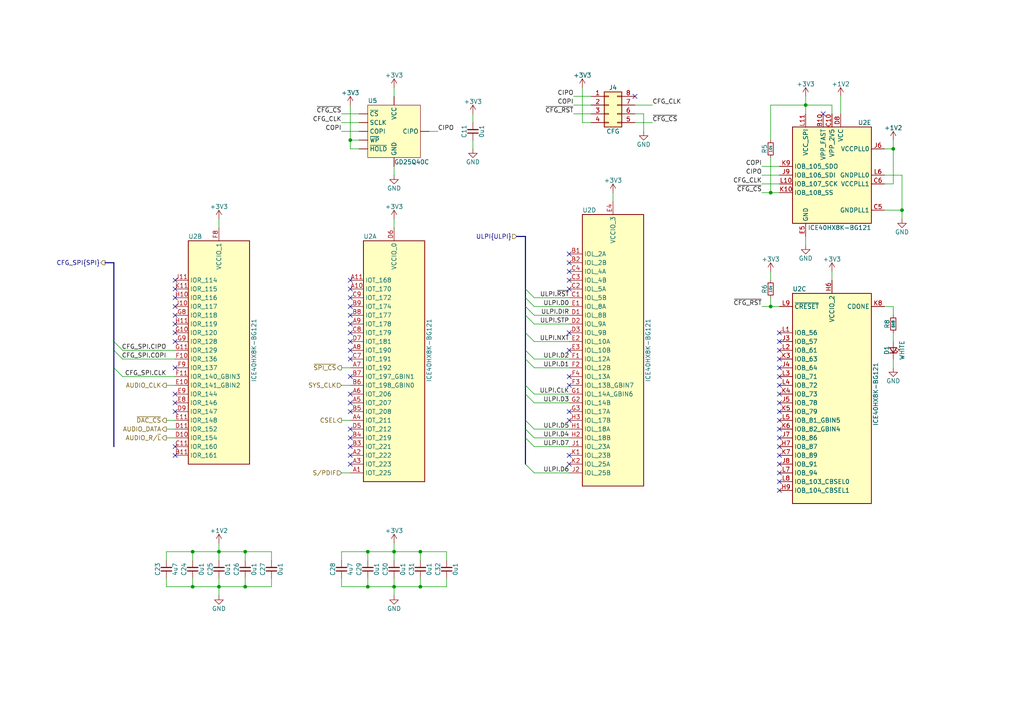
<source format=kicad_sch>
(kicad_sch (version 20211123) (generator eeschema)
  (paper "A4")
  (lib_symbols
    (symbol "Connector_Generic:Conn_02x04_Counter_Clockwise" (pin_names (offset 1.016) hide)
      (property "Reference" "J" (at 1.27 5.08 0))
      (property "Value" "Conn_02x04_Counter_Clockwise" (at 1.27 -7.62 0))
      (symbol "Conn_02x04_Counter_Clockwise_1_1"
        (rectangle (start -1.27 -4.953) (end 0 -5.207) (stroke (width 0.1524)))
        (rectangle (start -1.27 -2.413) (end 0 -2.667) (stroke (width 0.1524)))
        (rectangle (start -1.27 0.127) (end 0 -0.127) (stroke (width 0.1524)))
        (rectangle (start -1.27 2.667) (end 0 2.413) (stroke (width 0.1524)))
        (rectangle (start -1.27 3.81) (end 3.81 -6.35) (stroke (width 0.254)) (fill (type background)))
        (rectangle (start 3.81 -4.953) (end 2.54 -5.207) (stroke (width 0.1524)))
        (rectangle (start 3.81 -2.413) (end 2.54 -2.667) (stroke (width 0.1524)))
        (rectangle (start 3.81 0.127) (end 2.54 -0.127) (stroke (width 0.1524)))
        (rectangle (start 3.81 2.667) (end 2.54 2.413) (stroke (width 0.1524)))
        (pin passive line (at -5.08 2.54 0) (length 3.81) (name "Pin_1") (number "1"))
        (pin passive line (at -5.08 0 0) (length 3.81) (name "Pin_2") (number "2"))
        (pin passive line (at -5.08 -2.54 0) (length 3.81) (name "Pin_3") (number "3"))
        (pin passive line (at -5.08 -5.08 0) (length 3.81) (name "Pin_4") (number "4"))
        (pin passive line (at 7.62 -5.08 180) (length 3.81) (name "Pin_5") (number "5"))
        (pin passive line (at 7.62 -2.54 180) (length 3.81) (name "Pin_6") (number "6"))
        (pin passive line (at 7.62 0 180) (length 3.81) (name "Pin_7") (number "7"))
        (pin passive line (at 7.62 2.54 180) (length 3.81) (name "Pin_8") (number "8"))
      )
    )
    (symbol "DX-MON:GD25Q40C" (pin_numbers hide)
      (property "Reference" "U" (at -7.62 8.89 0))
      (property "Value" "GD25Q40C" (at 0 -8.89 0))
      (symbol "GD25Q40C_0_1"
        (rectangle (start -7.62 7.62) (end 7.62 -7.62) (stroke (width 0.1524)) (fill (type background)))
      )
      (symbol "GD25Q40C_1_1"
        (pin input line (at -10.16 5.08 0) (length 2.54) (name "~{CS}") (number "1"))
        (pin output line (at 10.16 0 180) (length 2.54) (name "CIPO") (number "2"))
        (pin input line (at -10.16 -2.54 0) (length 2.54) (name "~{WP}") (number "3"))
        (pin power_in line (at 0 -10.16 90) (length 2.54) (name "GND") (number "4"))
        (pin input line (at -10.16 0 0) (length 2.54) (name "COPI") (number "5"))
        (pin input line (at -10.16 2.54 0) (length 2.54) (name "SCLK") (number "6"))
        (pin input line (at -10.16 -5.08 0) (length 2.54) (name "~{HOLD}") (number "7"))
        (pin power_in line (at 0 10.16 270) (length 2.54) (name "VCC") (number "8"))
        (pin power_in line (at 0 -10.16 90) (length 2.54) hide (name "GND") (number "9"))
      )
    )
    (symbol "Device:C_Small" (pin_numbers hide) (pin_names (offset 0.254) hide)
      (property "Reference" "C" (at 0.254 1.778 0))
      (property "Value" "C_Small" (at 0.254 -2.032 0))
      (symbol "C_Small_0_1"
        (polyline (pts (xy -1.524 -0.508) (xy 1.524 -0.508)) (stroke (width 0.3302)))
        (polyline (pts (xy -1.524 0.508) (xy 1.524 0.508)) (stroke (width 0.3048)))
      )
      (symbol "C_Small_1_1"
        (pin passive line (at 0 2.54 270) (length 2.032) (name "~") (number "1"))
        (pin passive line (at 0 -2.54 90) (length 2.032) (name "~") (number "2"))
      )
    )
    (symbol "Device:LED_Small" (pin_numbers hide) (pin_names (offset 0.254) hide)
      (property "Reference" "D" (at -1.27 3.175 0))
      (property "Value" "LED_Small" (at -4.445 -2.54 0))
      (symbol "LED_Small_0_1"
        (polyline (pts (xy -0.762 -1.016) (xy -0.762 1.016)) (stroke (width 0.254)))
        (polyline (pts (xy 1.016 0) (xy -0.762 0)))
        (polyline (pts (xy 0.762 -1.016) (xy -0.762 0) (xy 0.762 1.016) (xy 0.762 -1.016)) (stroke (width 0.254)))
        (polyline (pts (xy 0 0.762) (xy -0.508 1.27) (xy -0.254 1.27) (xy -0.508 1.27) (xy -0.508 1.016)))
        (polyline (pts (xy 0.508 1.27) (xy 0 1.778) (xy 0.254 1.778) (xy 0 1.778) (xy 0 1.524)))
      )
      (symbol "LED_Small_1_1"
        (pin passive line (at -2.54 0 0) (length 1.778) (name "K") (number "1"))
        (pin passive line (at 2.54 0 180) (length 1.778) (name "A") (number "2"))
      )
    )
    (symbol "Device:R_Small" (pin_numbers hide) (pin_names (offset 0.254) hide)
      (property "Reference" "R" (at 0.762 0.508 0))
      (property "Value" "R_Small" (at 0.762 -1.016 0))
      (symbol "R_Small_0_1"
        (rectangle (start -0.762 1.778) (end 0.762 -1.778) (stroke (width 0.2032)))
      )
      (symbol "R_Small_1_1"
        (pin passive line (at 0 2.54 270) (length 0.762) (name "~") (number "1"))
        (pin passive line (at 0 -2.54 90) (length 0.762) (name "~") (number "2"))
      )
    )
    (symbol "FPGA_Lattice:ICE40HX8K-BG121"
      (property "Reference" "U" (at 2.54 44.45 0))
      (property "Value" "ICE40HX8K-BG121" (at 10.16 41.91 0))
      (symbol "ICE40HX8K-BG121_1_1"
        (rectangle (start -8.89 31.75) (end 8.89 -38.1) (stroke (width 0.254)) (fill (type background)))
        (pin bidirectional line (at -12.7 -35.56 0) (length 3.81) (name "IOT_225") (number "A1"))
        (pin bidirectional line (at -12.7 17.78 0) (length 3.81) (name "IOT_170") (number "A10"))
        (pin bidirectional line (at -12.7 20.32 0) (length 3.81) (name "IOT_168") (number "A11"))
        (pin bidirectional line (at -12.7 -30.48 0) (length 3.81) (name "IOT_222") (number "A2"))
        (pin bidirectional line (at -12.7 -33.02 0) (length 3.81) (name "IOT_223") (number "A3"))
        (pin bidirectional line (at -12.7 -20.32 0) (length 3.81) (name "IOT_211") (number "A4"))
        (pin bidirectional line (at -12.7 -15.24 0) (length 3.81) (name "IOT_207") (number "A5"))
        (pin bidirectional line (at -12.7 -12.7 0) (length 3.81) (name "IOT_206") (number "A6"))
        (pin bidirectional line (at -12.7 -5.08 0) (length 3.81) (name "IOT_192") (number "A7"))
        (pin bidirectional line (at -12.7 0 0) (length 3.81) (name "IOT_190") (number "A8"))
        (pin bidirectional line (at -12.7 7.62 0) (length 3.81) (name "IOT_178") (number "A9"))
        (pin bidirectional line (at -12.7 -27.94 0) (length 3.81) (name "IOT_221") (number "B3"))
        (pin bidirectional line (at -12.7 -25.4 0) (length 3.81) (name "IOT_219") (number "B4"))
        (pin bidirectional line (at -12.7 -17.78 0) (length 3.81) (name "IOT_208") (number "B5"))
        (pin bidirectional line (at -12.7 -10.16 0) (length 3.81) (name "IOT_198_GBIN0") (number "B6"))
        (pin bidirectional line (at -12.7 -7.62 0) (length 3.81) (name "IOT_197_GBIN1") (number "B7"))
        (pin bidirectional line (at -12.7 10.16 0) (length 3.81) (name "IOT_177") (number "B8"))
        (pin bidirectional line (at -12.7 12.7 0) (length 3.81) (name "IOT_174") (number "B9"))
        (pin bidirectional line (at -12.7 -2.54 0) (length 3.81) (name "IOT_191") (number "C7"))
        (pin bidirectional line (at -12.7 5.08 0) (length 3.81) (name "IOT_179") (number "C8"))
        (pin bidirectional line (at -12.7 15.24 0) (length 3.81) (name "IOT_172") (number "C9"))
        (pin bidirectional line (at -12.7 -22.86 0) (length 3.81) (name "IOT_212") (number "D5"))
        (pin power_in line (at 0 35.56 270) (length 3.81) (name "VCCIO_0") (number "D6"))
        (pin bidirectional line (at -12.7 2.54 0) (length 3.81) (name "IOT_181") (number "D7"))
      )
      (symbol "ICE40HX8K-BG121_2_1"
        (rectangle (start -8.89 31.75) (end 8.89 -33.02) (stroke (width 0.254)) (fill (type background)))
        (pin bidirectional line (at -12.7 -30.48 0) (length 3.81) (name "IOR_161") (number "B11"))
        (pin bidirectional line (at -12.7 -27.94 0) (length 3.81) (name "IOR_160") (number "C11"))
        (pin bidirectional line (at -12.7 -25.4 0) (length 3.81) (name "IOR_154") (number "D10"))
        (pin bidirectional line (at -12.7 -22.86 0) (length 3.81) (name "IOR_152") (number "D11"))
        (pin bidirectional line (at -12.7 -17.78 0) (length 3.81) (name "IOR_147") (number "D9"))
        (pin bidirectional line (at -12.7 -10.16 0) (length 3.81) (name "IOR_141_GBIN2") (number "E10"))
        (pin bidirectional line (at -12.7 -20.32 0) (length 3.81) (name "IOR_148") (number "E11"))
        (pin bidirectional line (at -12.7 -15.24 0) (length 3.81) (name "IOR_146") (number "E8"))
        (pin bidirectional line (at -12.7 -12.7 0) (length 3.81) (name "IOR_144") (number "E9"))
        (pin bidirectional line (at -12.7 -2.54 0) (length 3.81) (name "IOR_136") (number "F10"))
        (pin bidirectional line (at -12.7 -7.62 0) (length 3.81) (name "IOR_140_GBIN3") (number "F11"))
        (pin power_in line (at 0 35.56 270) (length 3.81) (name "VCCIO_1") (number "F8"))
        (pin bidirectional line (at -12.7 -5.08 0) (length 3.81) (name "IOR_137") (number "F9"))
        (pin bidirectional line (at -12.7 5.08 0) (length 3.81) (name "IOR_120") (number "G10"))
        (pin bidirectional line (at -12.7 0 0) (length 3.81) (name "IOR_129") (number "G11"))
        (pin bidirectional line (at -12.7 10.16 0) (length 3.81) (name "IOR_118") (number "G8"))
        (pin bidirectional line (at -12.7 2.54 0) (length 3.81) (name "IOR_128") (number "G9"))
        (pin bidirectional line (at -12.7 15.24 0) (length 3.81) (name "IOR_116") (number "H10"))
        (pin bidirectional line (at -12.7 7.62 0) (length 3.81) (name "IOR_119") (number "H11"))
        (pin bidirectional line (at -12.7 12.7 0) (length 3.81) (name "IOR_117") (number "J10"))
        (pin bidirectional line (at -12.7 20.32 0) (length 3.81) (name "IOR_114") (number "J11"))
        (pin bidirectional line (at -12.7 17.78 0) (length 3.81) (name "IOR_115") (number "K11"))
      )
      (symbol "ICE40HX8K-BG121_3_1"
        (rectangle (start -11.43 29.21) (end 11.43 -31.75) (stroke (width 0.254)) (fill (type background)))
        (pin power_in line (at 0 33.02 270) (length 3.81) (name "VCCIO_2") (number "H6"))
        (pin bidirectional line (at -15.24 -15.24 0) (length 3.81) (name "IOB_87") (number "H7"))
        (pin bidirectional line (at -15.24 -27.94 0) (length 3.81) (name "IOB_104_CBSEL1") (number "H9"))
        (pin bidirectional line (at -15.24 15.24 0) (length 3.81) (name "IOB_57") (number "J3"))
        (pin bidirectional line (at -15.24 7.62 0) (length 3.81) (name "IOB_64") (number "J4"))
        (pin bidirectional line (at -15.24 -2.54 0) (length 3.81) (name "IOB_78") (number "J5"))
        (pin bidirectional line (at -15.24 -12.7 0) (length 3.81) (name "IOB_86") (number "J7"))
        (pin bidirectional line (at -15.24 -20.32 0) (length 3.81) (name "IOB_91") (number "J8"))
        (pin bidirectional line (at -15.24 10.16 0) (length 3.81) (name "IOB_63") (number "K3"))
        (pin bidirectional line (at -15.24 0 0) (length 3.81) (name "IOB_73") (number "K4"))
        (pin bidirectional line (at -15.24 -5.08 0) (length 3.81) (name "IOB_79") (number "K5"))
        (pin bidirectional line (at -15.24 -10.16 0) (length 3.81) (name "IOB_82_GBIN4") (number "K6"))
        (pin bidirectional line (at -15.24 -17.78 0) (length 3.81) (name "IOB_89") (number "K7"))
        (pin open_collector line (at 15.24 25.4 180) (length 3.81) (name "CDONE") (number "K8"))
        (pin bidirectional line (at -15.24 17.78 0) (length 3.81) (name "IOB_56") (number "L1"))
        (pin bidirectional line (at -15.24 12.7 0) (length 3.81) (name "IOB_61") (number "L2"))
        (pin bidirectional line (at -15.24 5.08 0) (length 3.81) (name "IOB_71") (number "L3"))
        (pin bidirectional line (at -15.24 2.54 0) (length 3.81) (name "IOB_72") (number "L4"))
        (pin bidirectional line (at -15.24 -7.62 0) (length 3.81) (name "IOB_81_GBIN5") (number "L5"))
        (pin bidirectional line (at -15.24 -22.86 0) (length 3.81) (name "IOB_94") (number "L7"))
        (pin bidirectional line (at -15.24 -25.4 0) (length 3.81) (name "IOB_103_CBSEL0") (number "L8"))
        (pin input line (at -15.24 25.4 0) (length 3.81) (name "~{CRESET}") (number "L9"))
      )
      (symbol "ICE40HX8K-BG121_4_1"
        (rectangle (start -8.89 39.37) (end 8.89 -39.37) (stroke (width 0.254)) (fill (type background)))
        (pin bidirectional line (at -12.7 27.94 0) (length 3.81) (name "IOL_2A") (number "B1"))
        (pin bidirectional line (at -12.7 25.4 0) (length 3.81) (name "IOL_2B") (number "B2"))
        (pin bidirectional line (at -12.7 15.24 0) (length 3.81) (name "IOL_5B") (number "C1"))
        (pin bidirectional line (at -12.7 17.78 0) (length 3.81) (name "IOL_5A") (number "C2"))
        (pin bidirectional line (at -12.7 20.32 0) (length 3.81) (name "IOL_4B") (number "C3"))
        (pin bidirectional line (at -12.7 22.86 0) (length 3.81) (name "IOL_4A") (number "C4"))
        (pin bidirectional line (at -12.7 10.16 0) (length 3.81) (name "IOL_8B") (number "D1"))
        (pin bidirectional line (at -12.7 7.62 0) (length 3.81) (name "IOL_9A") (number "D2"))
        (pin bidirectional line (at -12.7 5.08 0) (length 3.81) (name "IOL_9B") (number "D3"))
        (pin bidirectional line (at -12.7 12.7 0) (length 3.81) (name "IOL_8A") (number "E1"))
        (pin bidirectional line (at -12.7 2.54 0) (length 3.81) (name "IOL_10A") (number "E2"))
        (pin bidirectional line (at -12.7 0 0) (length 3.81) (name "IOL_10B") (number "E3"))
        (pin power_in line (at 0 43.18 270) (length 3.81) (name "VCCIO_3") (number "E4"))
        (pin bidirectional line (at -12.7 -2.54 0) (length 3.81) (name "IOL_12A") (number "F1"))
        (pin bidirectional line (at -12.7 -5.08 0) (length 3.81) (name "IOL_12B") (number "F2"))
        (pin bidirectional line (at -12.7 -10.16 0) (length 3.81) (name "IOL_13B_GBIN7") (number "F3"))
        (pin bidirectional line (at -12.7 -7.62 0) (length 3.81) (name "IOL_13A") (number "F4"))
        (pin bidirectional line (at -12.7 -12.7 0) (length 3.81) (name "IOL_14A_GBIN6") (number "G1"))
        (pin bidirectional line (at -12.7 -15.24 0) (length 3.81) (name "IOL_14B") (number "G2"))
        (pin bidirectional line (at -12.7 -17.78 0) (length 3.81) (name "IOL_17A") (number "G3"))
        (pin passive line (at 0 43.18 270) (length 3.81) hide (name "VCCIO_3") (number "G4"))
        (pin bidirectional line (at -12.7 -22.86 0) (length 3.81) (name "IOL_18A") (number "H1"))
        (pin bidirectional line (at -12.7 -25.4 0) (length 3.81) (name "IOL_18B") (number "H2"))
        (pin bidirectional line (at -12.7 -20.32 0) (length 3.81) (name "IOL_17B") (number "H3"))
        (pin bidirectional line (at -12.7 -27.94 0) (length 3.81) (name "IOL_23A") (number "J1"))
        (pin bidirectional line (at -12.7 -35.56 0) (length 3.81) (name "IOL_25B") (number "J2"))
        (pin bidirectional line (at -12.7 -30.48 0) (length 3.81) (name "IOL_23B") (number "K1"))
        (pin bidirectional line (at -12.7 -33.02 0) (length 3.81) (name "IOL_25A") (number "K2"))
      )
      (symbol "ICE40HX8K-BG121_5_1"
        (rectangle (start -11.43 13.97) (end 11.43 -13.97) (stroke (width 0.254)) (fill (type background)))
        (pin power_in line (at -2.54 17.78 270) (length 3.81) (name "VPP_FAST") (number "B10"))
        (pin power_in line (at 0 17.78 270) (length 3.81) (name "VPP_2V5") (number "C10"))
        (pin power_in line (at 15.24 -10.16 180) (length 3.81) (name "GNDPLL1") (number "C5"))
        (pin power_in line (at 15.24 -2.54 180) (length 3.81) (name "VCCPLL1") (number "C6"))
        (pin passive line (at 2.54 17.78 270) (length 3.81) hide (name "VCC") (number "D4"))
        (pin power_in line (at 2.54 17.78 270) (length 3.81) (name "VCC") (number "D8"))
        (pin power_in line (at -7.62 -17.78 90) (length 3.81) (name "GND") (number "E5"))
        (pin passive line (at -7.62 -17.78 90) (length 3.81) hide (name "GND") (number "E6"))
        (pin passive line (at -7.62 -17.78 90) (length 3.81) hide (name "GND") (number "E7"))
        (pin passive line (at -7.62 -17.78 90) (length 3.81) hide (name "GND") (number "F5"))
        (pin passive line (at -7.62 -17.78 90) (length 3.81) hide (name "GND") (number "F6"))
        (pin passive line (at -7.62 -17.78 90) (length 3.81) hide (name "GND") (number "F7"))
        (pin passive line (at -7.62 -17.78 90) (length 3.81) hide (name "GND") (number "G5"))
        (pin passive line (at -7.62 -17.78 90) (length 3.81) hide (name "GND") (number "G6"))
        (pin passive line (at -7.62 -17.78 90) (length 3.81) hide (name "GND") (number "G7"))
        (pin passive line (at 2.54 17.78 270) (length 3.81) hide (name "VCC") (number "H4"))
        (pin passive line (at -7.62 -17.78 90) (length 3.81) hide (name "GND") (number "H5"))
        (pin passive line (at 2.54 17.78 270) (length 3.81) hide (name "VCC") (number "H8"))
        (pin power_in line (at 15.24 7.62 180) (length 3.81) (name "VCCPLL0") (number "J6"))
        (pin bidirectional line (at -15.24 0 0) (length 3.81) (name "IOB_106_SDI") (number "J9"))
        (pin bidirectional line (at -15.24 -5.08 0) (length 3.81) (name "IOB_108_SS") (number "K10"))
        (pin bidirectional line (at -15.24 2.54 0) (length 3.81) (name "IOB_105_SDO") (number "K9"))
        (pin bidirectional line (at -15.24 -2.54 0) (length 3.81) (name "IOB_107_SCK") (number "L10"))
        (pin power_in line (at -7.62 17.78 270) (length 3.81) (name "VCC_SPI") (number "L11"))
        (pin power_in line (at 15.24 0 180) (length 3.81) (name "GNDPLL0") (number "L6"))
      )
    )
    (symbol "power:+1V2" (power) (pin_names (offset 0))
      (property "Value" "+1V2" (at 0 3.556 0))
      (symbol "+1V2_0_1"
        (polyline (pts (xy -0.762 1.27) (xy 0 2.54)))
        (polyline (pts (xy 0 0) (xy 0 2.54)))
        (polyline (pts (xy 0 2.54) (xy 0.762 1.27)))
      )
      (symbol "+1V2_1_1"
        (pin power_in line (at 0 0 90) (length 0) hide (name "+1V2") (number "1"))
      )
    )
    (symbol "power:+3V3" (power) (pin_names (offset 0))
      (property "Value" "+3V3" (at 0 3.556 0))
      (symbol "+3V3_0_1"
        (polyline (pts (xy -0.762 1.27) (xy 0 2.54)))
        (polyline (pts (xy 0 0) (xy 0 2.54)))
        (polyline (pts (xy 0 2.54) (xy 0.762 1.27)))
      )
      (symbol "+3V3_1_1"
        (pin power_in line (at 0 0 90) (length 0) hide (name "+3V3") (number "1"))
      )
    )
    (symbol "power:GND" (power) (pin_names (offset 0))
      (property "Value" "GND" (at 0 -3.81 0))
      (symbol "GND_0_1"
        (polyline (pts (xy 0 0) (xy 0 -1.27) (xy 1.27 -1.27) (xy 0 -2.54) (xy -1.27 -1.27) (xy 0 -1.27)))
      )
      (symbol "GND_1_1"
        (pin power_in line (at 0 0 270) (length 0) hide (name "GND") (number "1"))
      )
    )
  )
  (bus_alias "SPI" (members "CLK" "COPI" "CIPO"))
  (bus_alias "ULPI" (members "STP" "~{RST}" "D[0..7]" "DIR" "NXT" "CLK"))
  (junction (at 223.52 88.9))
  (junction (at 121.92 170.18))
  (junction (at 71.12 160.02))
  (junction (at 259.08 43.18))
  (junction (at 233.68 30.48))
  (junction (at 55.88 160.02))
  (junction (at 261.62 60.96))
  (junction (at 106.68 160.02))
  (junction (at 55.88 170.18))
  (junction (at 121.92 160.02))
  (junction (at 114.3 160.02))
  (junction (at 71.12 170.18))
  (junction (at 101.6 40.64))
  (junction (at 114.3 170.18))
  (junction (at 63.5 170.18))
  (junction (at 63.5 160.02))
  (junction (at 106.68 170.18))
  (junction (at 223.52 55.88))
  (no_connect (at 101.6 127))
  (no_connect (at 101.6 116.84))
  (no_connect (at 50.8 116.84))
  (no_connect (at 50.8 114.3))
  (no_connect (at 50.8 88.9))
  (no_connect (at 50.8 86.36))
  (no_connect (at 50.8 83.82))
  (no_connect (at 50.8 81.28))
  (no_connect (at 50.8 106.68))
  (no_connect (at 50.8 99.06))
  (no_connect (at 50.8 96.52))
  (no_connect (at 50.8 93.98))
  (no_connect (at 50.8 91.44))
  (no_connect (at 50.8 132.08))
  (no_connect (at 50.8 129.54))
  (no_connect (at 50.8 119.38))
  (no_connect (at 101.6 91.44))
  (no_connect (at 165.1 134.62))
  (no_connect (at 101.6 119.38))
  (no_connect (at 101.6 124.46))
  (no_connect (at 101.6 129.54))
  (no_connect (at 226.06 127))
  (no_connect (at 226.06 129.54))
  (no_connect (at 226.06 142.24))
  (no_connect (at 226.06 139.7))
  (no_connect (at 226.06 137.16))
  (no_connect (at 226.06 134.62))
  (no_connect (at 226.06 132.08))
  (no_connect (at 101.6 99.06))
  (no_connect (at 101.6 109.22))
  (no_connect (at 165.1 132.08))
  (no_connect (at 101.6 96.52))
  (no_connect (at 101.6 83.82))
  (no_connect (at 101.6 104.14))
  (no_connect (at 101.6 134.62))
  (no_connect (at 165.1 111.76))
  (no_connect (at 226.06 109.22))
  (no_connect (at 226.06 106.68))
  (no_connect (at 226.06 104.14))
  (no_connect (at 226.06 101.6))
  (no_connect (at 226.06 124.46))
  (no_connect (at 226.06 121.92))
  (no_connect (at 226.06 119.38))
  (no_connect (at 226.06 116.84))
  (no_connect (at 226.06 114.3))
  (no_connect (at 226.06 111.76))
  (no_connect (at 226.06 99.06))
  (no_connect (at 226.06 96.52))
  (no_connect (at 101.6 88.9))
  (no_connect (at 101.6 93.98))
  (no_connect (at 165.1 121.92))
  (no_connect (at 101.6 86.36))
  (no_connect (at 101.6 81.28))
  (no_connect (at 101.6 132.08))
  (no_connect (at 101.6 101.6))
  (no_connect (at 165.1 119.38))
  (no_connect (at 165.1 81.28))
  (no_connect (at 165.1 78.74))
  (no_connect (at 165.1 83.82))
  (no_connect (at 165.1 109.22))
  (no_connect (at 165.1 101.6))
  (no_connect (at 165.1 76.2))
  (no_connect (at 165.1 96.52))
  (no_connect (at 165.1 73.66))
  (no_connect (at 184.15 27.94))
  (no_connect (at 101.6 114.3))
  (no_connect (at 238.76 33.02))
  (bus_entry (at 152.4 91.44) (size 2.54 2.54))
  (bus_entry (at 152.4 88.9) (size 2.54 2.54))
  (bus_entry (at 152.4 96.52) (size 2.54 2.54))
  (bus_entry (at 152.4 114.3) (size 2.54 2.54))
  (bus_entry (at 152.4 124.46) (size 2.54 2.54))
  (bus_entry (at 33.02 106.68) (size 2.54 2.54))
  (bus_entry (at 33.02 99.06) (size 2.54 2.54))
  (bus_entry (at 152.4 134.62) (size 2.54 2.54))
  (bus_entry (at 152.4 104.14) (size 2.54 2.54))
  (bus_entry (at 152.4 121.92) (size 2.54 2.54))
  (bus_entry (at 152.4 101.6) (size 2.54 2.54))
  (bus_entry (at 152.4 83.82) (size 2.54 2.54))
  (bus_entry (at 152.4 127) (size 2.54 2.54))
  (bus_entry (at 152.4 86.36) (size 2.54 2.54))
  (bus_entry (at 152.4 111.76) (size 2.54 2.54))
  (bus_entry (at 33.02 101.6) (size 2.54 2.54))
  (wire (pts (xy 137.16 33.02) (xy 137.16 35.56)))
  (wire (pts (xy 154.94 116.84) (xy 165.1 116.84)))
  (wire (pts (xy 55.88 160.02) (xy 63.5 160.02)))
  (wire (pts (xy 241.3 33.02) (xy 241.3 30.48)))
  (wire (pts (xy 259.08 53.34) (xy 256.54 53.34)))
  (wire (pts (xy 261.62 50.8) (xy 261.62 60.96)))
  (wire (pts (xy 220.98 88.9) (xy 223.52 88.9)))
  (wire (pts (xy 114.3 50.8) (xy 114.3 48.26)))
  (wire (pts (xy 256.54 43.18) (xy 259.08 43.18)))
  (wire (pts (xy 223.52 30.48) (xy 233.68 30.48)))
  (wire (pts (xy 129.54 170.18) (xy 129.54 167.64)))
  (wire (pts (xy 223.52 88.9) (xy 226.06 88.9)))
  (wire (pts (xy 166.37 33.02) (xy 171.45 33.02)))
  (wire (pts (xy 256.54 88.9) (xy 259.08 88.9)))
  (bus (pts (xy 149.86 68.58) (xy 152.4 68.58)))
  (wire (pts (xy 71.12 160.02) (xy 63.5 160.02)))
  (wire (pts (xy 63.5 157.48) (xy 63.5 160.02)))
  (bus (pts (xy 152.4 86.36) (xy 152.4 88.9)))
  (wire (pts (xy 63.5 63.5) (xy 63.5 66.04)))
  (wire (pts (xy 48.26 124.46) (xy 50.8 124.46)))
  (wire (pts (xy 166.37 30.48) (xy 171.45 30.48)))
  (wire (pts (xy 106.68 162.56) (xy 106.68 160.02)))
  (bus (pts (xy 152.4 121.92) (xy 152.4 124.46)))
  (wire (pts (xy 99.06 137.16) (xy 101.6 137.16)))
  (wire (pts (xy 154.94 137.16) (xy 165.1 137.16)))
  (wire (pts (xy 78.74 162.56) (xy 78.74 160.02)))
  (wire (pts (xy 106.68 160.02) (xy 114.3 160.02)))
  (wire (pts (xy 99.06 167.64) (xy 99.06 170.18)))
  (wire (pts (xy 35.56 104.14) (xy 50.8 104.14)))
  (wire (pts (xy 71.12 162.56) (xy 71.12 160.02)))
  (wire (pts (xy 106.68 170.18) (xy 114.3 170.18)))
  (wire (pts (xy 99.06 106.68) (xy 101.6 106.68)))
  (wire (pts (xy 99.06 160.02) (xy 106.68 160.02)))
  (bus (pts (xy 33.02 101.6) (xy 33.02 99.06)))
  (wire (pts (xy 55.88 170.18) (xy 63.5 170.18)))
  (wire (pts (xy 101.6 40.64) (xy 101.6 43.18)))
  (wire (pts (xy 101.6 30.48) (xy 101.6 40.64)))
  (bus (pts (xy 152.4 68.58) (xy 152.4 83.82)))
  (bus (pts (xy 152.4 104.14) (xy 152.4 111.76)))
  (bus (pts (xy 152.4 96.52) (xy 152.4 101.6)))
  (wire (pts (xy 63.5 167.64) (xy 63.5 170.18)))
  (wire (pts (xy 154.94 91.44) (xy 165.1 91.44)))
  (wire (pts (xy 114.3 66.04) (xy 114.3 63.5)))
  (bus (pts (xy 152.4 83.82) (xy 152.4 86.36)))
  (wire (pts (xy 220.98 48.26) (xy 226.06 48.26)))
  (wire (pts (xy 154.94 114.3) (xy 165.1 114.3)))
  (wire (pts (xy 154.94 104.14) (xy 165.1 104.14)))
  (wire (pts (xy 168.91 35.56) (xy 171.45 35.56)))
  (wire (pts (xy 241.3 30.48) (xy 233.68 30.48)))
  (wire (pts (xy 184.15 33.02) (xy 186.69 33.02)))
  (wire (pts (xy 99.06 35.56) (xy 104.14 35.56)))
  (wire (pts (xy 121.92 170.18) (xy 129.54 170.18)))
  (bus (pts (xy 152.4 88.9) (xy 152.4 91.44)))
  (wire (pts (xy 259.08 43.18) (xy 259.08 53.34)))
  (wire (pts (xy 154.94 127) (xy 165.1 127)))
  (wire (pts (xy 106.68 167.64) (xy 106.68 170.18)))
  (bus (pts (xy 152.4 124.46) (xy 152.4 127)))
  (wire (pts (xy 177.8 55.88) (xy 177.8 58.42)))
  (bus (pts (xy 152.4 111.76) (xy 152.4 114.3)))
  (wire (pts (xy 223.52 78.74) (xy 223.52 81.28)))
  (wire (pts (xy 223.52 45.72) (xy 223.52 55.88)))
  (wire (pts (xy 48.26 167.64) (xy 48.26 170.18)))
  (wire (pts (xy 256.54 50.8) (xy 261.62 50.8)))
  (wire (pts (xy 243.84 27.94) (xy 243.84 33.02)))
  (wire (pts (xy 121.92 167.64) (xy 121.92 170.18)))
  (wire (pts (xy 233.68 68.58) (xy 233.68 71.12)))
  (wire (pts (xy 154.94 86.36) (xy 165.1 86.36)))
  (wire (pts (xy 127 38.1) (xy 124.46 38.1)))
  (wire (pts (xy 154.94 93.98) (xy 165.1 93.98)))
  (wire (pts (xy 259.08 106.68) (xy 259.08 104.14)))
  (wire (pts (xy 154.94 99.06) (xy 165.1 99.06)))
  (wire (pts (xy 259.08 88.9) (xy 259.08 91.44)))
  (wire (pts (xy 121.92 162.56) (xy 121.92 160.02)))
  (wire (pts (xy 186.69 33.02) (xy 186.69 38.1)))
  (wire (pts (xy 121.92 160.02) (xy 129.54 160.02)))
  (wire (pts (xy 154.94 106.68) (xy 165.1 106.68)))
  (wire (pts (xy 259.08 96.52) (xy 259.08 99.06)))
  (wire (pts (xy 104.14 38.1) (xy 99.06 38.1)))
  (wire (pts (xy 99.06 121.92) (xy 101.6 121.92)))
  (bus (pts (xy 30.48 76.2) (xy 33.02 76.2)))
  (wire (pts (xy 233.68 27.94) (xy 233.68 30.48)))
  (wire (pts (xy 35.56 109.22) (xy 50.8 109.22)))
  (wire (pts (xy 184.15 35.56) (xy 189.23 35.56)))
  (wire (pts (xy 137.16 40.64) (xy 137.16 43.18)))
  (wire (pts (xy 114.3 157.48) (xy 114.3 160.02)))
  (wire (pts (xy 220.98 55.88) (xy 223.52 55.88)))
  (wire (pts (xy 55.88 162.56) (xy 55.88 160.02)))
  (wire (pts (xy 35.56 101.6) (xy 50.8 101.6)))
  (wire (pts (xy 114.3 160.02) (xy 121.92 160.02)))
  (wire (pts (xy 129.54 160.02) (xy 129.54 162.56)))
  (wire (pts (xy 256.54 60.96) (xy 261.62 60.96)))
  (wire (pts (xy 223.52 86.36) (xy 223.52 88.9)))
  (bus (pts (xy 152.4 127) (xy 152.4 134.62)))
  (wire (pts (xy 220.98 50.8) (xy 226.06 50.8)))
  (wire (pts (xy 78.74 167.64) (xy 78.74 170.18)))
  (bus (pts (xy 33.02 99.06) (xy 33.02 76.2)))
  (wire (pts (xy 223.52 40.64) (xy 223.52 30.48)))
  (wire (pts (xy 241.3 78.74) (xy 241.3 81.28)))
  (bus (pts (xy 33.02 129.54) (xy 33.02 106.68)))
  (wire (pts (xy 71.12 167.64) (xy 71.12 170.18)))
  (wire (pts (xy 114.3 162.56) (xy 114.3 160.02)))
  (wire (pts (xy 184.15 30.48) (xy 189.23 30.48)))
  (wire (pts (xy 154.94 129.54) (xy 165.1 129.54)))
  (wire (pts (xy 220.98 53.34) (xy 226.06 53.34)))
  (wire (pts (xy 48.26 170.18) (xy 55.88 170.18)))
  (wire (pts (xy 114.3 25.4) (xy 114.3 27.94)))
  (wire (pts (xy 166.37 27.94) (xy 171.45 27.94)))
  (wire (pts (xy 71.12 170.18) (xy 63.5 170.18)))
  (wire (pts (xy 99.06 162.56) (xy 99.06 160.02)))
  (wire (pts (xy 63.5 170.18) (xy 63.5 172.72)))
  (wire (pts (xy 99.06 33.02) (xy 104.14 33.02)))
  (wire (pts (xy 261.62 60.96) (xy 261.62 63.5)))
  (wire (pts (xy 48.26 121.92) (xy 50.8 121.92)))
  (wire (pts (xy 114.3 167.64) (xy 114.3 170.18)))
  (wire (pts (xy 168.91 25.4) (xy 168.91 35.56)))
  (wire (pts (xy 233.68 30.48) (xy 233.68 33.02)))
  (bus (pts (xy 152.4 114.3) (xy 152.4 121.92)))
  (wire (pts (xy 48.26 160.02) (xy 55.88 160.02)))
  (wire (pts (xy 259.08 40.64) (xy 259.08 43.18)))
  (bus (pts (xy 152.4 91.44) (xy 152.4 96.52)))
  (wire (pts (xy 48.26 111.76) (xy 50.8 111.76)))
  (wire (pts (xy 114.3 172.72) (xy 114.3 170.18)))
  (wire (pts (xy 48.26 162.56) (xy 48.26 160.02)))
  (wire (pts (xy 63.5 160.02) (xy 63.5 162.56)))
  (wire (pts (xy 48.26 127) (xy 50.8 127)))
  (bus (pts (xy 152.4 101.6) (xy 152.4 104.14)))
  (wire (pts (xy 154.94 88.9) (xy 165.1 88.9)))
  (wire (pts (xy 154.94 124.46) (xy 165.1 124.46)))
  (wire (pts (xy 223.52 55.88) (xy 226.06 55.88)))
  (wire (pts (xy 99.06 111.76) (xy 101.6 111.76)))
  (wire (pts (xy 114.3 170.18) (xy 121.92 170.18)))
  (wire (pts (xy 78.74 170.18) (xy 71.12 170.18)))
  (wire (pts (xy 101.6 43.18) (xy 104.14 43.18)))
  (bus (pts (xy 33.02 106.68) (xy 33.02 101.6)))
  (wire (pts (xy 99.06 170.18) (xy 106.68 170.18)))
  (wire (pts (xy 104.14 40.64) (xy 101.6 40.64)))
  (wire (pts (xy 78.74 160.02) (xy 71.12 160.02)))
  (wire (pts (xy 55.88 167.64) (xy 55.88 170.18)))
  (label "CFG_CLK" (at 99.06 35.56 180))
  (label "CFG_SPI.COPI" (at 48.26 104.14 180))
  (label "COPI" (at 166.37 30.48 180))
  (label "CFG_CLK" (at 189.23 30.48 0))
  (label "COPI" (at 99.06 38.1 180))
  (label "ULPI.D2" (at 165.1 104.14 180))
  (label "~{CFG_RST}" (at 166.37 33.02 180))
  (label "ULPI.D1" (at 165.1 106.68 180))
  (label "ULPI.DIR" (at 165.1 91.44 180))
  (label "~{CFG_CS}" (at 99.06 33.02 180))
  (label "CIPO" (at 166.37 27.94 180))
  (label "COPI" (at 220.98 48.26 180))
  (label "ULPI.D6" (at 165.1 137.16 180))
  (label "ULPI.D7" (at 165.1 129.54 180))
  (label "CFG_SPI.CIPO" (at 48.26 101.6 180))
  (label "ULPI.CLK" (at 165.1 114.3 180))
  (label "CFG_SPI.CLK" (at 48.26 109.22 180))
  (label "ULPI.D3" (at 165.1 116.84 180))
  (label "CIPO" (at 127 38.1 0))
  (label "ULPI.STP" (at 165.1 93.98 180))
  (label "ULPI.NXT" (at 165.1 99.06 180))
  (label "~{CFG_CS}" (at 189.23 35.56 0))
  (label "CIPO" (at 220.98 50.8 180))
  (label "ULPI.D5" (at 165.1 124.46 180))
  (label "ULPI.D0" (at 165.1 88.9 180))
  (label "CFG_CLK" (at 220.98 53.34 180))
  (label "ULPI.D4" (at 165.1 127 180))
  (label "~{CFG_CS}" (at 220.98 55.88 180))
  (label "ULPI.~{RST}" (at 165.1 86.36 180))
  (label "~{CFG_RST}" (at 220.98 88.9 180))
  (hierarchical_label "CFG_SPI{SPI}" (shape output) (at 30.48 76.2 180))
  (hierarchical_label "~{DAC_CS}" (shape output) (at 48.26 121.92 180))
  (hierarchical_label "AUDIO_R{slash}~{L}" (shape output) (at 48.26 127 180))
  (hierarchical_label "CSEL" (shape output) (at 99.06 121.92 180))
  (hierarchical_label "AUDIO_CLK" (shape output) (at 48.26 111.76 180))
  (hierarchical_label "SYS_CLK" (shape input) (at 99.06 111.76 180))
  (hierarchical_label "AUDIO_DATA" (shape output) (at 48.26 124.46 180))
  (hierarchical_label "~{SPI_CS}" (shape output) (at 99.06 106.68 180))
  (hierarchical_label "ULPI{ULPI}" (shape input) (at 149.86 68.58 180))
  (hierarchical_label "S{slash}PDIF" (shape input) (at 99.06 137.16 180))
  (symbol (lib_id "Device:C_Small") (at 137.16 38.1 180) (unit 1)
    (property "Reference" "C11" (at 134.62 38.1 90))
    (property "Value" "0u1" (at 139.7 38.1 90))
    (property "Footprint" "rhais_rcl:C0603" (effects hide))
    (property "Datasheet" "https://product.tdk.com/system/files/dam/doc/product/capacitor/ceramic/mlcc/catalog/mlcc_automotive_general_en.pdf" (effects hide))
    (property "OC_FARNELL" "2310559" (effects hide))
    (property "URL_FARNELL" "https://uk.farnell.com/multicomp/mc0603b104j250ct/cap-0-1-f-25v-5-x7r-0603-reel/dp/2310559" (effects hide))
    (property "MFR" "TDK Corporation" (effects hide))
    (property "MPN" "CGA3E2X7R1E104K080AA" (effects hide))
    (property "OC_DIGIKEY" "445-5667-1-ND" (effects hide))
    (property "URL_DIGIKEY" "https://www.digikey.com/en/products/detail/tdk-corporation/CGA3E2X7R1E104K080AA/2443145" (effects hide))
  )
  (symbol (lib_id "Connector_Generic:Conn_02x04_Counter_Clockwise") (at 176.53 30.48 0) (unit 1)
    (property "Reference" "J4" (at 177.8 25.4 0))
    (property "Value" "CFG" (at 177.8 38.1 0))
    (property "Footprint" "rhais_connector-pinheader:PinHeader_2x04_P1.27mm_Vertical_SMD" (effects hide))
  )
  (symbol (lib_id "Device:C_Small") (at 55.88 165.1 180) (unit 1)
    (property "Reference" "C24" (at 53.34 165.1 90))
    (property "Value" "0u1" (at 58.42 165.1 90))
    (property "Footprint" "rhais_rcl:C0402" (effects hide))
    (property "Datasheet" "https://product.tdk.com/system/files/dam/doc/product/capacitor/ceramic/mlcc/catalog/mlcc_automotive_general_en.pdf" (effects hide))
    (property "OC_FARNELL" "2310559" (effects hide))
    (property "URL_FARNELL" "https://uk.farnell.com/multicomp/mc0603b104j250ct/cap-0-1-f-25v-5-x7r-0603-reel/dp/2310559" (effects hide))
    (property "MFR" "TDK Corporation" (effects hide))
    (property "MPN" "CGA3E2X7R1E104K080AA" (effects hide))
    (property "OC_DIGIKEY" "445-5667-1-ND" (effects hide))
    (property "URL_DIGIKEY" "https://www.digikey.com/en/products/detail/tdk-corporation/CGA3E2X7R1E104K080AA/2443145" (effects hide))
  )
  (symbol (lib_id "Device:C_Small") (at 71.12 165.1 180) (unit 1)
    (property "Reference" "C26" (at 68.58 165.1 90))
    (property "Value" "0u1" (at 73.66 165.1 90))
    (property "Footprint" "rhais_rcl:C0402" (effects hide))
    (property "Datasheet" "https://product.tdk.com/system/files/dam/doc/product/capacitor/ceramic/mlcc/catalog/mlcc_automotive_general_en.pdf" (effects hide))
    (property "OC_FARNELL" "2310559" (effects hide))
    (property "URL_FARNELL" "https://uk.farnell.com/multicomp/mc0603b104j250ct/cap-0-1-f-25v-5-x7r-0603-reel/dp/2310559" (effects hide))
    (property "MFR" "TDK Corporation" (effects hide))
    (property "MPN" "CGA3E2X7R1E104K080AA" (effects hide))
    (property "OC_DIGIKEY" "445-5667-1-ND" (effects hide))
    (property "URL_DIGIKEY" "https://www.digikey.com/en/products/detail/tdk-corporation/CGA3E2X7R1E104K080AA/2443145" (effects hide))
  )
  (symbol (lib_id "Device:C_Small") (at 99.06 165.1 180) (unit 1)
    (property "Reference" "C28" (at 96.52 165.1 90))
    (property "Value" "4u7" (at 101.6 165.1 90))
    (property "Footprint" "rhais_rcl:C0603" (effects hide))
  )
  (symbol (lib_id "Device:C_Small") (at 78.74 165.1 180) (unit 1)
    (property "Reference" "C27" (at 76.2 165.1 90))
    (property "Value" "0u1" (at 81.28 165.1 90))
    (property "Footprint" "rhais_rcl:C0402" (effects hide))
    (property "Datasheet" "https://product.tdk.com/system/files/dam/doc/product/capacitor/ceramic/mlcc/catalog/mlcc_automotive_general_en.pdf" (effects hide))
    (property "OC_FARNELL" "2310559" (effects hide))
    (property "URL_FARNELL" "https://uk.farnell.com/multicomp/mc0603b104j250ct/cap-0-1-f-25v-5-x7r-0603-reel/dp/2310559" (effects hide))
    (property "MFR" "TDK Corporation" (effects hide))
    (property "MPN" "CGA3E2X7R1E104K080AA" (effects hide))
    (property "OC_DIGIKEY" "445-5667-1-ND" (effects hide))
    (property "URL_DIGIKEY" "https://www.digikey.com/en/products/detail/tdk-corporation/CGA3E2X7R1E104K080AA/2443145" (effects hide))
  )
  (symbol (lib_id "Device:R_Small") (at 259.08 93.98 0) (unit 1)
    (property "Reference" "R8" (at 257.302 93.98 90))
    (property "Value" "6k8" (at 259.08 93.98 90) (effects (font (size 0.762 0.762))))
    (property "Footprint" "rhais_rcl:R0603" (effects hide))
    (property "MFR" "Vishay Dale" (effects hide))
    (property "MPN" "CRCW06036K80FKEA" (effects hide))
  )
  (symbol (lib_id "power:+3V3") (at 137.16 33.02 0) (unit 1)
    (property "Reference" "#PWR018" (effects hide))
    (property "Value" "+3V3" (at 137.16 29.464 0))
  )
  (symbol (lib_id "Device:C_Small") (at 129.54 165.1 180) (unit 1)
    (property "Reference" "C32" (at 127 165.1 90))
    (property "Value" "0u1" (at 132.08 165.1 90))
    (property "Footprint" "rhais_rcl:C0402" (effects hide))
    (property "Datasheet" "https://product.tdk.com/system/files/dam/doc/product/capacitor/ceramic/mlcc/catalog/mlcc_automotive_general_en.pdf" (effects hide))
    (property "OC_FARNELL" "2310559" (effects hide))
    (property "URL_FARNELL" "https://uk.farnell.com/multicomp/mc0603b104j250ct/cap-0-1-f-25v-5-x7r-0603-reel/dp/2310559" (effects hide))
    (property "MFR" "TDK Corporation" (effects hide))
    (property "MPN" "CGA3E2X7R1E104K080AA" (effects hide))
    (property "OC_DIGIKEY" "445-5667-1-ND" (effects hide))
    (property "URL_DIGIKEY" "https://www.digikey.com/en/products/detail/tdk-corporation/CGA3E2X7R1E104K080AA/2443145" (effects hide))
  )
  (symbol (lib_id "power:GND") (at 233.68 71.12 0) (unit 1)
    (property "Reference" "#PWR07" (effects hide))
    (property "Value" "GND" (at 233.68 74.93 0))
  )
  (symbol (lib_id "power:GND") (at 259.08 106.68 0) (unit 1)
    (property "Reference" "#PWR049" (effects hide))
    (property "Value" "GND" (at 259.08 110.49 0))
  )
  (symbol (lib_id "power:GND") (at 63.5 172.72 0) (unit 1)
    (property "Reference" "#PWR044" (effects hide))
    (property "Value" "GND" (at 63.5 176.53 0))
  )
  (symbol (lib_id "Device:R_Small") (at 223.52 83.82 0) (mirror y) (unit 1)
    (property "Reference" "R6" (at 221.742 83.82 90))
    (property "Value" "10k" (at 223.52 83.82 90) (effects (font (size 0.762 0.762))))
    (property "Footprint" "rhais_rcl:R0603" (effects hide))
  )
  (symbol (lib_id "FPGA_Lattice:ICE40HX8K-BG121") (at 177.8 101.6 0) (unit 4)
    (property "Reference" "U2" (at 168.91 60.96 0) (effects (justify left)))
    (property "Value" "ICE40HX8K-BG121" (at 187.96 101.6 90))
    (property "Footprint" "Package_BGA:BGA-121_9.0x9.0mm_Layout11x11_P0.8mm_Ball0.4mm_Pad0.35mm_NSMD" (effects hide))
    (property "Datasheet" "http://www.latticesemi.com/Products/FPGAandCPLD/iCE40" (effects hide))
  )
  (symbol (lib_id "Device:C_Small") (at 63.5 165.1 180) (unit 1)
    (property "Reference" "C25" (at 60.96 165.1 90))
    (property "Value" "0u1" (at 66.04 165.1 90))
    (property "Footprint" "rhais_rcl:C0402" (effects hide))
    (property "Datasheet" "https://product.tdk.com/system/files/dam/doc/product/capacitor/ceramic/mlcc/catalog/mlcc_automotive_general_en.pdf" (effects hide))
    (property "OC_FARNELL" "2310559" (effects hide))
    (property "URL_FARNELL" "https://uk.farnell.com/multicomp/mc0603b104j250ct/cap-0-1-f-25v-5-x7r-0603-reel/dp/2310559" (effects hide))
    (property "MFR" "TDK Corporation" (effects hide))
    (property "MPN" "CGA3E2X7R1E104K080AA" (effects hide))
    (property "OC_DIGIKEY" "445-5667-1-ND" (effects hide))
    (property "URL_DIGIKEY" "https://www.digikey.com/en/products/detail/tdk-corporation/CGA3E2X7R1E104K080AA/2443145" (effects hide))
  )
  (symbol (lib_id "power:+3V3") (at 114.3 25.4 0) (unit 1)
    (property "Reference" "#PWR016" (effects hide))
    (property "Value" "+3V3" (at 114.3 21.844 0))
  )
  (symbol (lib_id "power:+3V3") (at 241.3 78.74 0) (unit 1)
    (property "Reference" "#PWR013" (effects hide))
    (property "Value" "+3V3" (at 241.3 75.184 0))
  )
  (symbol (lib_id "power:+3V3") (at 114.3 63.5 0) (unit 1)
    (property "Reference" "#PWR011" (effects hide))
    (property "Value" "+3V3" (at 114.3 59.944 0))
  )
  (symbol (lib_id "power:GND") (at 186.69 38.1 0) (unit 1)
    (property "Reference" "#PWR0113" (effects hide))
    (property "Value" "GND" (at 186.69 41.91 0))
  )
  (symbol (lib_id "Device:C_Small") (at 48.26 165.1 180) (unit 1)
    (property "Reference" "C23" (at 45.72 165.1 90))
    (property "Value" "4u7" (at 50.8 165.1 90))
    (property "Footprint" "rhais_rcl:C0603" (effects hide))
  )
  (symbol (lib_id "power:+3V3") (at 63.5 63.5 0) (unit 1)
    (property "Reference" "#PWR0111" (effects hide))
    (property "Value" "+3V3" (at 63.5 59.944 0))
  )
  (symbol (lib_id "power:+3V3") (at 223.52 78.74 0) (unit 1)
    (property "Reference" "#PWR012" (effects hide))
    (property "Value" "+3V3" (at 223.52 75.184 0))
  )
  (symbol (lib_id "power:+1V2") (at 63.5 157.48 0) (unit 1)
    (property "Reference" "#PWR014" (effects hide))
    (property "Value" "+1V2" (at 63.5 153.924 0))
  )
  (symbol (lib_id "power:+3V3") (at 114.3 157.48 0) (unit 1)
    (property "Reference" "#PWR045" (effects hide))
    (property "Value" "+3V3" (at 114.3 153.924 0))
  )
  (symbol (lib_id "FPGA_Lattice:ICE40HX8K-BG121") (at 241.3 50.8 0) (unit 5)
    (property "Reference" "U2" (at 252.73 35.56 0) (effects (justify right)))
    (property "Value" "ICE40HX8K-BG121" (at 252.73 66.04 0) (effects (justify right)))
    (property "Footprint" "Package_BGA:BGA-121_9.0x9.0mm_Layout11x11_P0.8mm_Ball0.4mm_Pad0.35mm_NSMD" (effects hide))
    (property "Datasheet" "http://www.latticesemi.com/Products/FPGAandCPLD/iCE40" (effects hide))
  )
  (symbol (lib_id "power:GND") (at 137.16 43.18 0) (unit 1)
    (property "Reference" "#PWR019" (effects hide))
    (property "Value" "GND" (at 137.16 46.99 0))
  )
  (symbol (lib_id "power:+3V3") (at 233.68 27.94 0) (unit 1)
    (property "Reference" "#PWR06" (effects hide))
    (property "Value" "+3V3" (at 233.68 24.384 0))
  )
  (symbol (lib_id "power:+1V2") (at 243.84 27.94 0) (unit 1)
    (property "Reference" "#PWR08" (effects hide))
    (property "Value" "+1V2" (at 243.84 24.384 0))
  )
  (symbol (lib_id "power:GND") (at 114.3 50.8 0) (unit 1)
    (property "Reference" "#PWR017" (effects hide))
    (property "Value" "GND" (at 114.3 54.61 0))
  )
  (symbol (lib_id "FPGA_Lattice:ICE40HX8K-BG121") (at 241.3 114.3 0) (unit 3)
    (property "Reference" "U2" (at 229.87 83.82 0) (effects (justify left)))
    (property "Value" "ICE40HX8K-BG121" (at 254 114.3 90))
    (property "Footprint" "Package_BGA:BGA-121_9.0x9.0mm_Layout11x11_P0.8mm_Ball0.4mm_Pad0.35mm_NSMD" (effects hide))
    (property "Datasheet" "http://www.latticesemi.com/Products/FPGAandCPLD/iCE40" (effects hide))
  )
  (symbol (lib_id "Device:C_Small") (at 121.92 165.1 180) (unit 1)
    (property "Reference" "C31" (at 119.38 165.1 90))
    (property "Value" "0u1" (at 124.46 165.1 90))
    (property "Footprint" "rhais_rcl:C0402" (effects hide))
    (property "Datasheet" "https://product.tdk.com/system/files/dam/doc/product/capacitor/ceramic/mlcc/catalog/mlcc_automotive_general_en.pdf" (effects hide))
    (property "OC_FARNELL" "2310559" (effects hide))
    (property "URL_FARNELL" "https://uk.farnell.com/multicomp/mc0603b104j250ct/cap-0-1-f-25v-5-x7r-0603-reel/dp/2310559" (effects hide))
    (property "MFR" "TDK Corporation" (effects hide))
    (property "MPN" "CGA3E2X7R1E104K080AA" (effects hide))
    (property "OC_DIGIKEY" "445-5667-1-ND" (effects hide))
    (property "URL_DIGIKEY" "https://www.digikey.com/en/products/detail/tdk-corporation/CGA3E2X7R1E104K080AA/2443145" (effects hide))
  )
  (symbol (lib_id "power:+3V3") (at 177.8 55.88 0) (unit 1)
    (property "Reference" "#PWR05" (effects hide))
    (property "Value" "+3V3" (at 177.8 52.324 0))
  )
  (symbol (lib_id "power:GND") (at 114.3 172.72 0) (unit 1)
    (property "Reference" "#PWR046" (effects hide))
    (property "Value" "GND" (at 114.3 176.53 0))
  )
  (symbol (lib_id "FPGA_Lattice:ICE40HX8K-BG121") (at 63.5 101.6 0) (unit 2)
    (property "Reference" "U2" (at 54.61 68.58 0) (effects (justify left)))
    (property "Value" "ICE40HX8K-BG121" (at 73.66 101.6 90))
    (property "Footprint" "Package_BGA:BGA-121_9.0x9.0mm_Layout11x11_P0.8mm_Ball0.4mm_Pad0.35mm_NSMD" (effects hide))
    (property "Datasheet" "http://www.latticesemi.com/Products/FPGAandCPLD/iCE40" (effects hide))
  )
  (symbol (lib_id "Device:R_Small") (at 223.52 43.18 0) (mirror y) (unit 1)
    (property "Reference" "R5" (at 221.742 43.18 90))
    (property "Value" "10k" (at 223.52 43.18 90) (effects (font (size 0.762 0.762))))
    (property "Footprint" "rhais_rcl:R0603" (effects hide))
  )
  (symbol (lib_id "Device:C_Small") (at 106.68 165.1 180) (unit 1)
    (property "Reference" "C29" (at 104.14 165.1 90))
    (property "Value" "0u1" (at 109.22 165.1 90))
    (property "Footprint" "rhais_rcl:C0402" (effects hide))
    (property "Datasheet" "https://product.tdk.com/system/files/dam/doc/product/capacitor/ceramic/mlcc/catalog/mlcc_automotive_general_en.pdf" (effects hide))
    (property "OC_FARNELL" "2310559" (effects hide))
    (property "URL_FARNELL" "https://uk.farnell.com/multicomp/mc0603b104j250ct/cap-0-1-f-25v-5-x7r-0603-reel/dp/2310559" (effects hide))
    (property "MFR" "TDK Corporation" (effects hide))
    (property "MPN" "CGA3E2X7R1E104K080AA" (effects hide))
    (property "OC_DIGIKEY" "445-5667-1-ND" (effects hide))
    (property "URL_DIGIKEY" "https://www.digikey.com/en/products/detail/tdk-corporation/CGA3E2X7R1E104K080AA/2443145" (effects hide))
  )
  (symbol (lib_id "power:+1V2") (at 259.08 40.64 0) (unit 1)
    (property "Reference" "#PWR047" (effects hide))
    (property "Value" "+1V2" (at 259.08 37.084 0))
  )
  (symbol (lib_id "power:+3V3") (at 168.91 25.4 0) (unit 1)
    (property "Reference" "#PWR0112" (effects hide))
    (property "Value" "+3V3" (at 168.91 21.844 0))
  )
  (symbol (lib_id "power:+3V3") (at 101.6 30.48 0) (unit 1)
    (property "Reference" "#PWR015" (effects hide))
    (property "Value" "+3V3" (at 101.6 26.924 0))
  )
  (symbol (lib_id "Device:C_Small") (at 114.3 165.1 180) (unit 1)
    (property "Reference" "C30" (at 111.76 165.1 90))
    (property "Value" "0u1" (at 116.84 165.1 90))
    (property "Footprint" "rhais_rcl:C0402" (effects hide))
    (property "Datasheet" "https://product.tdk.com/system/files/dam/doc/product/capacitor/ceramic/mlcc/catalog/mlcc_automotive_general_en.pdf" (effects hide))
    (property "OC_FARNELL" "2310559" (effects hide))
    (property "URL_FARNELL" "https://uk.farnell.com/multicomp/mc0603b104j250ct/cap-0-1-f-25v-5-x7r-0603-reel/dp/2310559" (effects hide))
    (property "MFR" "TDK Corporation" (effects hide))
    (property "MPN" "CGA3E2X7R1E104K080AA" (effects hide))
    (property "OC_DIGIKEY" "445-5667-1-ND" (effects hide))
    (property "URL_DIGIKEY" "https://www.digikey.com/en/products/detail/tdk-corporation/CGA3E2X7R1E104K080AA/2443145" (effects hide))
  )
  (symbol (lib_id "FPGA_Lattice:ICE40HX8K-BG121") (at 114.3 101.6 0) (unit 1)
    (property "Reference" "U2" (at 105.41 68.58 0) (effects (justify left)))
    (property "Value" "ICE40HX8K-BG121" (at 124.46 101.6 90))
    (property "Footprint" "Package_BGA:BGA-121_9.0x9.0mm_Layout11x11_P0.8mm_Ball0.4mm_Pad0.35mm_NSMD" (effects hide))
    (property "Datasheet" "http://www.latticesemi.com/Products/FPGAandCPLD/iCE40" (effects hide))
  )
  (symbol (lib_id "Device:LED_Small") (at 259.08 101.6 270) (mirror x) (unit 1)
    (property "Reference" "D1" (at 257.175 101.6 0))
    (property "Value" "WHITE" (at 261.62 101.6 0))
    (property "Footprint" "rhais_led:LED0603" (effects hide))
    (property "MFR" "ROHM Semiconductor" (effects hide))
    (property "MPN" "SMLEN3WBC8W1" (effects hide))
  )
  (symbol (lib_id "power:GND") (at 261.62 63.5 0) (unit 1)
    (property "Reference" "#PWR048" (effects hide))
    (property "Value" "GND" (at 261.62 67.31 0))
  )
  (symbol (lib_id "DX-MON:GD25Q40C") (at 114.3 38.1 0) (unit 1)
    (property "Reference" "U5" (at 106.68 29.21 0) (effects (justify left)))
    (property "Value" "GD25Q40C" (at 114.3 46.99 0) (effects (justify left)))
    (property "Footprint" "rhais_package-qfn:UDFN-8-1EP_3x2mm_P0.5mm_EP1.4x1.4mm" (effects hide))
    (property "Datasheet" "https://www.gigadevice.com/datasheet/gd25q40c/" (effects hide))
    (property "MFR" "Giga Device" (effects hide))
    (property "MPN" "GD25Q40CEIGR" (effects hide))
    (property "OC_DIGIKEY" "1970-1007-1-ND" (effects hide))
    (property "URL_DIGIKEY" "https://www.digikey.com/en/products/detail/gigadevice-semiconductor-hk-limited/GD25Q40CEIGR/9484672" (effects hide))
  )
)
</source>
